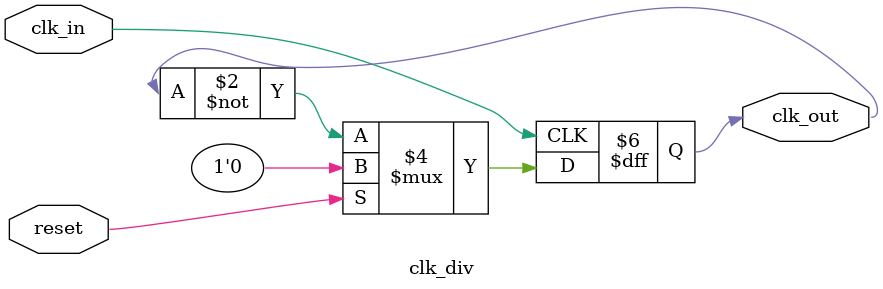
<source format=v>
`timescale 1ns / 1ps

module clk_div(clk_in, clk_out, reset);
input clk_in, reset;
output reg clk_out;

always @(posedge clk_in) begin
    if (reset) clk_out = 0;
    else  clk_out = ~clk_out;
end
endmodule

</source>
